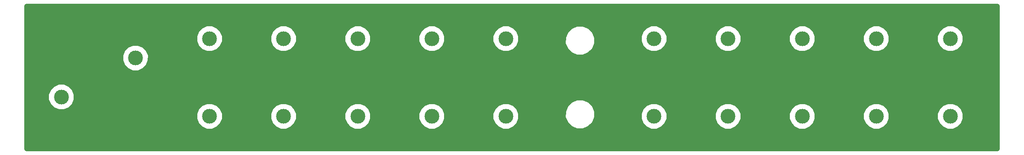
<source format=gbl>
G04 #@! TF.FileFunction,Copper,L2,Bot,Signal*
%FSLAX46Y46*%
G04 Gerber Fmt 4.6, Leading zero omitted, Abs format (unit mm)*
G04 Created by KiCad (PCBNEW (after 2015-mar-04 BZR unknown)-product) date Mon Jun 22 13:07:46 2015*
%MOMM*%
G01*
G04 APERTURE LIST*
%ADD10C,0.100000*%
%ADD11C,3.000000*%
%ADD12C,1.000000*%
G04 APERTURE END LIST*
D10*
D11*
X150000000Y-99600000D03*
X150000000Y-115400000D03*
X150000000Y-107500000D03*
X255000000Y-99600000D03*
X255000000Y-115400000D03*
X255000000Y-107500000D03*
X240000000Y-99600000D03*
X240000000Y-115400000D03*
X240000000Y-107500000D03*
X210000000Y-99600000D03*
X210000000Y-115400000D03*
X210000000Y-107500000D03*
X195000000Y-99600000D03*
X195000000Y-115400000D03*
X195000000Y-107500000D03*
X225000000Y-99600000D03*
X225000000Y-115400000D03*
X225000000Y-107500000D03*
X165000000Y-99600000D03*
X165000000Y-115400000D03*
X165000000Y-107500000D03*
X135000000Y-99600000D03*
X135000000Y-115400000D03*
X135000000Y-107500000D03*
X120000000Y-99600000D03*
X120000000Y-115400000D03*
X120000000Y-107500000D03*
X105000000Y-99600000D03*
X105000000Y-115400000D03*
X105000000Y-107500000D03*
X90000000Y-103550000D03*
X90000000Y-111450000D03*
X75000000Y-111450000D03*
X75000000Y-103550000D03*
D12*
G36*
X264500000Y-122000000D02*
X258000519Y-122000000D01*
X258000519Y-114805881D01*
X258000519Y-99005881D01*
X257544759Y-97902857D01*
X256701582Y-97058207D01*
X255599355Y-96600522D01*
X254405881Y-96599481D01*
X253302857Y-97055241D01*
X252458207Y-97898418D01*
X252000522Y-99000645D01*
X251999481Y-100194119D01*
X252455241Y-101297143D01*
X253298418Y-102141793D01*
X254400645Y-102599478D01*
X255594119Y-102600519D01*
X256697143Y-102144759D01*
X257541793Y-101301582D01*
X257999478Y-100199355D01*
X258000519Y-99005881D01*
X258000519Y-114805881D01*
X257544759Y-113702857D01*
X256701582Y-112858207D01*
X255599355Y-112400522D01*
X254405881Y-112399481D01*
X253302857Y-112855241D01*
X252458207Y-113698418D01*
X252000522Y-114800645D01*
X251999481Y-115994119D01*
X252455241Y-117097143D01*
X253298418Y-117941793D01*
X254400645Y-118399478D01*
X255594119Y-118400519D01*
X256697143Y-117944759D01*
X257541793Y-117101582D01*
X257999478Y-115999355D01*
X258000519Y-114805881D01*
X258000519Y-122000000D01*
X243000519Y-122000000D01*
X243000519Y-114805881D01*
X243000519Y-99005881D01*
X242544759Y-97902857D01*
X241701582Y-97058207D01*
X240599355Y-96600522D01*
X239405881Y-96599481D01*
X238302857Y-97055241D01*
X237458207Y-97898418D01*
X237000522Y-99000645D01*
X236999481Y-100194119D01*
X237455241Y-101297143D01*
X238298418Y-102141793D01*
X239400645Y-102599478D01*
X240594119Y-102600519D01*
X241697143Y-102144759D01*
X242541793Y-101301582D01*
X242999478Y-100199355D01*
X243000519Y-99005881D01*
X243000519Y-114805881D01*
X242544759Y-113702857D01*
X241701582Y-112858207D01*
X240599355Y-112400522D01*
X239405881Y-112399481D01*
X238302857Y-112855241D01*
X237458207Y-113698418D01*
X237000522Y-114800645D01*
X236999481Y-115994119D01*
X237455241Y-117097143D01*
X238298418Y-117941793D01*
X239400645Y-118399478D01*
X240594119Y-118400519D01*
X241697143Y-117944759D01*
X242541793Y-117101582D01*
X242999478Y-115999355D01*
X243000519Y-114805881D01*
X243000519Y-122000000D01*
X228000519Y-122000000D01*
X228000519Y-114805881D01*
X228000519Y-99005881D01*
X227544759Y-97902857D01*
X226701582Y-97058207D01*
X225599355Y-96600522D01*
X224405881Y-96599481D01*
X223302857Y-97055241D01*
X222458207Y-97898418D01*
X222000522Y-99000645D01*
X221999481Y-100194119D01*
X222455241Y-101297143D01*
X223298418Y-102141793D01*
X224400645Y-102599478D01*
X225594119Y-102600519D01*
X226697143Y-102144759D01*
X227541793Y-101301582D01*
X227999478Y-100199355D01*
X228000519Y-99005881D01*
X228000519Y-114805881D01*
X227544759Y-113702857D01*
X226701582Y-112858207D01*
X225599355Y-112400522D01*
X224405881Y-112399481D01*
X223302857Y-112855241D01*
X222458207Y-113698418D01*
X222000522Y-114800645D01*
X221999481Y-115994119D01*
X222455241Y-117097143D01*
X223298418Y-117941793D01*
X224400645Y-118399478D01*
X225594119Y-118400519D01*
X226697143Y-117944759D01*
X227541793Y-117101582D01*
X227999478Y-115999355D01*
X228000519Y-114805881D01*
X228000519Y-122000000D01*
X213000519Y-122000000D01*
X213000519Y-114805881D01*
X213000519Y-99005881D01*
X212544759Y-97902857D01*
X211701582Y-97058207D01*
X210599355Y-96600522D01*
X209405881Y-96599481D01*
X208302857Y-97055241D01*
X207458207Y-97898418D01*
X207000522Y-99000645D01*
X206999481Y-100194119D01*
X207455241Y-101297143D01*
X208298418Y-102141793D01*
X209400645Y-102599478D01*
X210594119Y-102600519D01*
X211697143Y-102144759D01*
X212541793Y-101301582D01*
X212999478Y-100199355D01*
X213000519Y-99005881D01*
X213000519Y-114805881D01*
X212544759Y-113702857D01*
X211701582Y-112858207D01*
X210599355Y-112400522D01*
X209405881Y-112399481D01*
X208302857Y-112855241D01*
X207458207Y-113698418D01*
X207000522Y-114800645D01*
X206999481Y-115994119D01*
X207455241Y-117097143D01*
X208298418Y-117941793D01*
X209400645Y-118399478D01*
X210594119Y-118400519D01*
X211697143Y-117944759D01*
X212541793Y-117101582D01*
X212999478Y-115999355D01*
X213000519Y-114805881D01*
X213000519Y-122000000D01*
X198000519Y-122000000D01*
X198000519Y-114805881D01*
X198000519Y-99005881D01*
X197544759Y-97902857D01*
X196701582Y-97058207D01*
X195599355Y-96600522D01*
X194405881Y-96599481D01*
X193302857Y-97055241D01*
X192458207Y-97898418D01*
X192000522Y-99000645D01*
X191999481Y-100194119D01*
X192455241Y-101297143D01*
X193298418Y-102141793D01*
X194400645Y-102599478D01*
X195594119Y-102600519D01*
X196697143Y-102144759D01*
X197541793Y-101301582D01*
X197999478Y-100199355D01*
X198000519Y-99005881D01*
X198000519Y-114805881D01*
X197544759Y-113702857D01*
X196701582Y-112858207D01*
X195599355Y-112400522D01*
X194405881Y-112399481D01*
X193302857Y-112855241D01*
X192458207Y-113698418D01*
X192000522Y-114800645D01*
X191999481Y-115994119D01*
X192455241Y-117097143D01*
X193298418Y-117941793D01*
X194400645Y-118399478D01*
X195594119Y-118400519D01*
X196697143Y-117944759D01*
X197541793Y-117101582D01*
X197999478Y-115999355D01*
X198000519Y-114805881D01*
X198000519Y-122000000D01*
X183350580Y-122000000D01*
X183350580Y-114336567D01*
X183350580Y-99336567D01*
X182841647Y-98104857D01*
X181900100Y-97161665D01*
X180669280Y-96650583D01*
X179336567Y-96649420D01*
X178104857Y-97158353D01*
X177161665Y-98099900D01*
X176650583Y-99330720D01*
X176649420Y-100663433D01*
X177158353Y-101895143D01*
X178099900Y-102838335D01*
X179330720Y-103349417D01*
X180663433Y-103350580D01*
X181895143Y-102841647D01*
X182838335Y-101900100D01*
X183349417Y-100669280D01*
X183350580Y-99336567D01*
X183350580Y-114336567D01*
X182841647Y-113104857D01*
X181900100Y-112161665D01*
X180669280Y-111650583D01*
X179336567Y-111649420D01*
X178104857Y-112158353D01*
X177161665Y-113099900D01*
X176650583Y-114330720D01*
X176649420Y-115663433D01*
X177158353Y-116895143D01*
X178099900Y-117838335D01*
X179330720Y-118349417D01*
X180663433Y-118350580D01*
X181895143Y-117841647D01*
X182838335Y-116900100D01*
X183349417Y-115669280D01*
X183350580Y-114336567D01*
X183350580Y-122000000D01*
X168000519Y-122000000D01*
X168000519Y-114805881D01*
X168000519Y-99005881D01*
X167544759Y-97902857D01*
X166701582Y-97058207D01*
X165599355Y-96600522D01*
X164405881Y-96599481D01*
X163302857Y-97055241D01*
X162458207Y-97898418D01*
X162000522Y-99000645D01*
X161999481Y-100194119D01*
X162455241Y-101297143D01*
X163298418Y-102141793D01*
X164400645Y-102599478D01*
X165594119Y-102600519D01*
X166697143Y-102144759D01*
X167541793Y-101301582D01*
X167999478Y-100199355D01*
X168000519Y-99005881D01*
X168000519Y-114805881D01*
X167544759Y-113702857D01*
X166701582Y-112858207D01*
X165599355Y-112400522D01*
X164405881Y-112399481D01*
X163302857Y-112855241D01*
X162458207Y-113698418D01*
X162000522Y-114800645D01*
X161999481Y-115994119D01*
X162455241Y-117097143D01*
X163298418Y-117941793D01*
X164400645Y-118399478D01*
X165594119Y-118400519D01*
X166697143Y-117944759D01*
X167541793Y-117101582D01*
X167999478Y-115999355D01*
X168000519Y-114805881D01*
X168000519Y-122000000D01*
X153000519Y-122000000D01*
X153000519Y-114805881D01*
X153000519Y-99005881D01*
X152544759Y-97902857D01*
X151701582Y-97058207D01*
X150599355Y-96600522D01*
X149405881Y-96599481D01*
X148302857Y-97055241D01*
X147458207Y-97898418D01*
X147000522Y-99000645D01*
X146999481Y-100194119D01*
X147455241Y-101297143D01*
X148298418Y-102141793D01*
X149400645Y-102599478D01*
X150594119Y-102600519D01*
X151697143Y-102144759D01*
X152541793Y-101301582D01*
X152999478Y-100199355D01*
X153000519Y-99005881D01*
X153000519Y-114805881D01*
X152544759Y-113702857D01*
X151701582Y-112858207D01*
X150599355Y-112400522D01*
X149405881Y-112399481D01*
X148302857Y-112855241D01*
X147458207Y-113698418D01*
X147000522Y-114800645D01*
X146999481Y-115994119D01*
X147455241Y-117097143D01*
X148298418Y-117941793D01*
X149400645Y-118399478D01*
X150594119Y-118400519D01*
X151697143Y-117944759D01*
X152541793Y-117101582D01*
X152999478Y-115999355D01*
X153000519Y-114805881D01*
X153000519Y-122000000D01*
X138000519Y-122000000D01*
X138000519Y-114805881D01*
X138000519Y-99005881D01*
X137544759Y-97902857D01*
X136701582Y-97058207D01*
X135599355Y-96600522D01*
X134405881Y-96599481D01*
X133302857Y-97055241D01*
X132458207Y-97898418D01*
X132000522Y-99000645D01*
X131999481Y-100194119D01*
X132455241Y-101297143D01*
X133298418Y-102141793D01*
X134400645Y-102599478D01*
X135594119Y-102600519D01*
X136697143Y-102144759D01*
X137541793Y-101301582D01*
X137999478Y-100199355D01*
X138000519Y-99005881D01*
X138000519Y-114805881D01*
X137544759Y-113702857D01*
X136701582Y-112858207D01*
X135599355Y-112400522D01*
X134405881Y-112399481D01*
X133302857Y-112855241D01*
X132458207Y-113698418D01*
X132000522Y-114800645D01*
X131999481Y-115994119D01*
X132455241Y-117097143D01*
X133298418Y-117941793D01*
X134400645Y-118399478D01*
X135594119Y-118400519D01*
X136697143Y-117944759D01*
X137541793Y-117101582D01*
X137999478Y-115999355D01*
X138000519Y-114805881D01*
X138000519Y-122000000D01*
X123000519Y-122000000D01*
X123000519Y-114805881D01*
X123000519Y-99005881D01*
X122544759Y-97902857D01*
X121701582Y-97058207D01*
X120599355Y-96600522D01*
X119405881Y-96599481D01*
X118302857Y-97055241D01*
X117458207Y-97898418D01*
X117000522Y-99000645D01*
X116999481Y-100194119D01*
X117455241Y-101297143D01*
X118298418Y-102141793D01*
X119400645Y-102599478D01*
X120594119Y-102600519D01*
X121697143Y-102144759D01*
X122541793Y-101301582D01*
X122999478Y-100199355D01*
X123000519Y-99005881D01*
X123000519Y-114805881D01*
X122544759Y-113702857D01*
X121701582Y-112858207D01*
X120599355Y-112400522D01*
X119405881Y-112399481D01*
X118302857Y-112855241D01*
X117458207Y-113698418D01*
X117000522Y-114800645D01*
X116999481Y-115994119D01*
X117455241Y-117097143D01*
X118298418Y-117941793D01*
X119400645Y-118399478D01*
X120594119Y-118400519D01*
X121697143Y-117944759D01*
X122541793Y-117101582D01*
X122999478Y-115999355D01*
X123000519Y-114805881D01*
X123000519Y-122000000D01*
X108000519Y-122000000D01*
X108000519Y-114805881D01*
X108000519Y-99005881D01*
X107544759Y-97902857D01*
X106701582Y-97058207D01*
X105599355Y-96600522D01*
X104405881Y-96599481D01*
X103302857Y-97055241D01*
X102458207Y-97898418D01*
X102000522Y-99000645D01*
X101999481Y-100194119D01*
X102455241Y-101297143D01*
X103298418Y-102141793D01*
X104400645Y-102599478D01*
X105594119Y-102600519D01*
X106697143Y-102144759D01*
X107541793Y-101301582D01*
X107999478Y-100199355D01*
X108000519Y-99005881D01*
X108000519Y-114805881D01*
X107544759Y-113702857D01*
X106701582Y-112858207D01*
X105599355Y-112400522D01*
X104405881Y-112399481D01*
X103302857Y-112855241D01*
X102458207Y-113698418D01*
X102000522Y-114800645D01*
X101999481Y-115994119D01*
X102455241Y-117097143D01*
X103298418Y-117941793D01*
X104400645Y-118399478D01*
X105594119Y-118400519D01*
X106697143Y-117944759D01*
X107541793Y-117101582D01*
X107999478Y-115999355D01*
X108000519Y-114805881D01*
X108000519Y-122000000D01*
X93000519Y-122000000D01*
X93000519Y-102955881D01*
X92544759Y-101852857D01*
X91701582Y-101008207D01*
X90599355Y-100550522D01*
X89405881Y-100549481D01*
X88302857Y-101005241D01*
X87458207Y-101848418D01*
X87000522Y-102950645D01*
X86999481Y-104144119D01*
X87455241Y-105247143D01*
X88298418Y-106091793D01*
X89400645Y-106549478D01*
X90594119Y-106550519D01*
X91697143Y-106094759D01*
X92541793Y-105251582D01*
X92999478Y-104149355D01*
X93000519Y-102955881D01*
X93000519Y-122000000D01*
X78000519Y-122000000D01*
X78000519Y-110855881D01*
X77544759Y-109752857D01*
X76701582Y-108908207D01*
X75599355Y-108450522D01*
X74405881Y-108449481D01*
X73302857Y-108905241D01*
X72458207Y-109748418D01*
X72000522Y-110850645D01*
X71999481Y-112044119D01*
X72455241Y-113147143D01*
X73298418Y-113991793D01*
X74400645Y-114449478D01*
X75594119Y-114450519D01*
X76697143Y-113994759D01*
X77541793Y-113151582D01*
X77999478Y-112049355D01*
X78000519Y-110855881D01*
X78000519Y-122000000D01*
X68000000Y-122000000D01*
X68000000Y-93000000D01*
X264500000Y-93000000D01*
X264500000Y-122000000D01*
X264500000Y-122000000D01*
G37*
X264500000Y-122000000D02*
X258000519Y-122000000D01*
X258000519Y-114805881D01*
X258000519Y-99005881D01*
X257544759Y-97902857D01*
X256701582Y-97058207D01*
X255599355Y-96600522D01*
X254405881Y-96599481D01*
X253302857Y-97055241D01*
X252458207Y-97898418D01*
X252000522Y-99000645D01*
X251999481Y-100194119D01*
X252455241Y-101297143D01*
X253298418Y-102141793D01*
X254400645Y-102599478D01*
X255594119Y-102600519D01*
X256697143Y-102144759D01*
X257541793Y-101301582D01*
X257999478Y-100199355D01*
X258000519Y-99005881D01*
X258000519Y-114805881D01*
X257544759Y-113702857D01*
X256701582Y-112858207D01*
X255599355Y-112400522D01*
X254405881Y-112399481D01*
X253302857Y-112855241D01*
X252458207Y-113698418D01*
X252000522Y-114800645D01*
X251999481Y-115994119D01*
X252455241Y-117097143D01*
X253298418Y-117941793D01*
X254400645Y-118399478D01*
X255594119Y-118400519D01*
X256697143Y-117944759D01*
X257541793Y-117101582D01*
X257999478Y-115999355D01*
X258000519Y-114805881D01*
X258000519Y-122000000D01*
X243000519Y-122000000D01*
X243000519Y-114805881D01*
X243000519Y-99005881D01*
X242544759Y-97902857D01*
X241701582Y-97058207D01*
X240599355Y-96600522D01*
X239405881Y-96599481D01*
X238302857Y-97055241D01*
X237458207Y-97898418D01*
X237000522Y-99000645D01*
X236999481Y-100194119D01*
X237455241Y-101297143D01*
X238298418Y-102141793D01*
X239400645Y-102599478D01*
X240594119Y-102600519D01*
X241697143Y-102144759D01*
X242541793Y-101301582D01*
X242999478Y-100199355D01*
X243000519Y-99005881D01*
X243000519Y-114805881D01*
X242544759Y-113702857D01*
X241701582Y-112858207D01*
X240599355Y-112400522D01*
X239405881Y-112399481D01*
X238302857Y-112855241D01*
X237458207Y-113698418D01*
X237000522Y-114800645D01*
X236999481Y-115994119D01*
X237455241Y-117097143D01*
X238298418Y-117941793D01*
X239400645Y-118399478D01*
X240594119Y-118400519D01*
X241697143Y-117944759D01*
X242541793Y-117101582D01*
X242999478Y-115999355D01*
X243000519Y-114805881D01*
X243000519Y-122000000D01*
X228000519Y-122000000D01*
X228000519Y-114805881D01*
X228000519Y-99005881D01*
X227544759Y-97902857D01*
X226701582Y-97058207D01*
X225599355Y-96600522D01*
X224405881Y-96599481D01*
X223302857Y-97055241D01*
X222458207Y-97898418D01*
X222000522Y-99000645D01*
X221999481Y-100194119D01*
X222455241Y-101297143D01*
X223298418Y-102141793D01*
X224400645Y-102599478D01*
X225594119Y-102600519D01*
X226697143Y-102144759D01*
X227541793Y-101301582D01*
X227999478Y-100199355D01*
X228000519Y-99005881D01*
X228000519Y-114805881D01*
X227544759Y-113702857D01*
X226701582Y-112858207D01*
X225599355Y-112400522D01*
X224405881Y-112399481D01*
X223302857Y-112855241D01*
X222458207Y-113698418D01*
X222000522Y-114800645D01*
X221999481Y-115994119D01*
X222455241Y-117097143D01*
X223298418Y-117941793D01*
X224400645Y-118399478D01*
X225594119Y-118400519D01*
X226697143Y-117944759D01*
X227541793Y-117101582D01*
X227999478Y-115999355D01*
X228000519Y-114805881D01*
X228000519Y-122000000D01*
X213000519Y-122000000D01*
X213000519Y-114805881D01*
X213000519Y-99005881D01*
X212544759Y-97902857D01*
X211701582Y-97058207D01*
X210599355Y-96600522D01*
X209405881Y-96599481D01*
X208302857Y-97055241D01*
X207458207Y-97898418D01*
X207000522Y-99000645D01*
X206999481Y-100194119D01*
X207455241Y-101297143D01*
X208298418Y-102141793D01*
X209400645Y-102599478D01*
X210594119Y-102600519D01*
X211697143Y-102144759D01*
X212541793Y-101301582D01*
X212999478Y-100199355D01*
X213000519Y-99005881D01*
X213000519Y-114805881D01*
X212544759Y-113702857D01*
X211701582Y-112858207D01*
X210599355Y-112400522D01*
X209405881Y-112399481D01*
X208302857Y-112855241D01*
X207458207Y-113698418D01*
X207000522Y-114800645D01*
X206999481Y-115994119D01*
X207455241Y-117097143D01*
X208298418Y-117941793D01*
X209400645Y-118399478D01*
X210594119Y-118400519D01*
X211697143Y-117944759D01*
X212541793Y-117101582D01*
X212999478Y-115999355D01*
X213000519Y-114805881D01*
X213000519Y-122000000D01*
X198000519Y-122000000D01*
X198000519Y-114805881D01*
X198000519Y-99005881D01*
X197544759Y-97902857D01*
X196701582Y-97058207D01*
X195599355Y-96600522D01*
X194405881Y-96599481D01*
X193302857Y-97055241D01*
X192458207Y-97898418D01*
X192000522Y-99000645D01*
X191999481Y-100194119D01*
X192455241Y-101297143D01*
X193298418Y-102141793D01*
X194400645Y-102599478D01*
X195594119Y-102600519D01*
X196697143Y-102144759D01*
X197541793Y-101301582D01*
X197999478Y-100199355D01*
X198000519Y-99005881D01*
X198000519Y-114805881D01*
X197544759Y-113702857D01*
X196701582Y-112858207D01*
X195599355Y-112400522D01*
X194405881Y-112399481D01*
X193302857Y-112855241D01*
X192458207Y-113698418D01*
X192000522Y-114800645D01*
X191999481Y-115994119D01*
X192455241Y-117097143D01*
X193298418Y-117941793D01*
X194400645Y-118399478D01*
X195594119Y-118400519D01*
X196697143Y-117944759D01*
X197541793Y-117101582D01*
X197999478Y-115999355D01*
X198000519Y-114805881D01*
X198000519Y-122000000D01*
X183350580Y-122000000D01*
X183350580Y-114336567D01*
X183350580Y-99336567D01*
X182841647Y-98104857D01*
X181900100Y-97161665D01*
X180669280Y-96650583D01*
X179336567Y-96649420D01*
X178104857Y-97158353D01*
X177161665Y-98099900D01*
X176650583Y-99330720D01*
X176649420Y-100663433D01*
X177158353Y-101895143D01*
X178099900Y-102838335D01*
X179330720Y-103349417D01*
X180663433Y-103350580D01*
X181895143Y-102841647D01*
X182838335Y-101900100D01*
X183349417Y-100669280D01*
X183350580Y-99336567D01*
X183350580Y-114336567D01*
X182841647Y-113104857D01*
X181900100Y-112161665D01*
X180669280Y-111650583D01*
X179336567Y-111649420D01*
X178104857Y-112158353D01*
X177161665Y-113099900D01*
X176650583Y-114330720D01*
X176649420Y-115663433D01*
X177158353Y-116895143D01*
X178099900Y-117838335D01*
X179330720Y-118349417D01*
X180663433Y-118350580D01*
X181895143Y-117841647D01*
X182838335Y-116900100D01*
X183349417Y-115669280D01*
X183350580Y-114336567D01*
X183350580Y-122000000D01*
X168000519Y-122000000D01*
X168000519Y-114805881D01*
X168000519Y-99005881D01*
X167544759Y-97902857D01*
X166701582Y-97058207D01*
X165599355Y-96600522D01*
X164405881Y-96599481D01*
X163302857Y-97055241D01*
X162458207Y-97898418D01*
X162000522Y-99000645D01*
X161999481Y-100194119D01*
X162455241Y-101297143D01*
X163298418Y-102141793D01*
X164400645Y-102599478D01*
X165594119Y-102600519D01*
X166697143Y-102144759D01*
X167541793Y-101301582D01*
X167999478Y-100199355D01*
X168000519Y-99005881D01*
X168000519Y-114805881D01*
X167544759Y-113702857D01*
X166701582Y-112858207D01*
X165599355Y-112400522D01*
X164405881Y-112399481D01*
X163302857Y-112855241D01*
X162458207Y-113698418D01*
X162000522Y-114800645D01*
X161999481Y-115994119D01*
X162455241Y-117097143D01*
X163298418Y-117941793D01*
X164400645Y-118399478D01*
X165594119Y-118400519D01*
X166697143Y-117944759D01*
X167541793Y-117101582D01*
X167999478Y-115999355D01*
X168000519Y-114805881D01*
X168000519Y-122000000D01*
X153000519Y-122000000D01*
X153000519Y-114805881D01*
X153000519Y-99005881D01*
X152544759Y-97902857D01*
X151701582Y-97058207D01*
X150599355Y-96600522D01*
X149405881Y-96599481D01*
X148302857Y-97055241D01*
X147458207Y-97898418D01*
X147000522Y-99000645D01*
X146999481Y-100194119D01*
X147455241Y-101297143D01*
X148298418Y-102141793D01*
X149400645Y-102599478D01*
X150594119Y-102600519D01*
X151697143Y-102144759D01*
X152541793Y-101301582D01*
X152999478Y-100199355D01*
X153000519Y-99005881D01*
X153000519Y-114805881D01*
X152544759Y-113702857D01*
X151701582Y-112858207D01*
X150599355Y-112400522D01*
X149405881Y-112399481D01*
X148302857Y-112855241D01*
X147458207Y-113698418D01*
X147000522Y-114800645D01*
X146999481Y-115994119D01*
X147455241Y-117097143D01*
X148298418Y-117941793D01*
X149400645Y-118399478D01*
X150594119Y-118400519D01*
X151697143Y-117944759D01*
X152541793Y-117101582D01*
X152999478Y-115999355D01*
X153000519Y-114805881D01*
X153000519Y-122000000D01*
X138000519Y-122000000D01*
X138000519Y-114805881D01*
X138000519Y-99005881D01*
X137544759Y-97902857D01*
X136701582Y-97058207D01*
X135599355Y-96600522D01*
X134405881Y-96599481D01*
X133302857Y-97055241D01*
X132458207Y-97898418D01*
X132000522Y-99000645D01*
X131999481Y-100194119D01*
X132455241Y-101297143D01*
X133298418Y-102141793D01*
X134400645Y-102599478D01*
X135594119Y-102600519D01*
X136697143Y-102144759D01*
X137541793Y-101301582D01*
X137999478Y-100199355D01*
X138000519Y-99005881D01*
X138000519Y-114805881D01*
X137544759Y-113702857D01*
X136701582Y-112858207D01*
X135599355Y-112400522D01*
X134405881Y-112399481D01*
X133302857Y-112855241D01*
X132458207Y-113698418D01*
X132000522Y-114800645D01*
X131999481Y-115994119D01*
X132455241Y-117097143D01*
X133298418Y-117941793D01*
X134400645Y-118399478D01*
X135594119Y-118400519D01*
X136697143Y-117944759D01*
X137541793Y-117101582D01*
X137999478Y-115999355D01*
X138000519Y-114805881D01*
X138000519Y-122000000D01*
X123000519Y-122000000D01*
X123000519Y-114805881D01*
X123000519Y-99005881D01*
X122544759Y-97902857D01*
X121701582Y-97058207D01*
X120599355Y-96600522D01*
X119405881Y-96599481D01*
X118302857Y-97055241D01*
X117458207Y-97898418D01*
X117000522Y-99000645D01*
X116999481Y-100194119D01*
X117455241Y-101297143D01*
X118298418Y-102141793D01*
X119400645Y-102599478D01*
X120594119Y-102600519D01*
X121697143Y-102144759D01*
X122541793Y-101301582D01*
X122999478Y-100199355D01*
X123000519Y-99005881D01*
X123000519Y-114805881D01*
X122544759Y-113702857D01*
X121701582Y-112858207D01*
X120599355Y-112400522D01*
X119405881Y-112399481D01*
X118302857Y-112855241D01*
X117458207Y-113698418D01*
X117000522Y-114800645D01*
X116999481Y-115994119D01*
X117455241Y-117097143D01*
X118298418Y-117941793D01*
X119400645Y-118399478D01*
X120594119Y-118400519D01*
X121697143Y-117944759D01*
X122541793Y-117101582D01*
X122999478Y-115999355D01*
X123000519Y-114805881D01*
X123000519Y-122000000D01*
X108000519Y-122000000D01*
X108000519Y-114805881D01*
X108000519Y-99005881D01*
X107544759Y-97902857D01*
X106701582Y-97058207D01*
X105599355Y-96600522D01*
X104405881Y-96599481D01*
X103302857Y-97055241D01*
X102458207Y-97898418D01*
X102000522Y-99000645D01*
X101999481Y-100194119D01*
X102455241Y-101297143D01*
X103298418Y-102141793D01*
X104400645Y-102599478D01*
X105594119Y-102600519D01*
X106697143Y-102144759D01*
X107541793Y-101301582D01*
X107999478Y-100199355D01*
X108000519Y-99005881D01*
X108000519Y-114805881D01*
X107544759Y-113702857D01*
X106701582Y-112858207D01*
X105599355Y-112400522D01*
X104405881Y-112399481D01*
X103302857Y-112855241D01*
X102458207Y-113698418D01*
X102000522Y-114800645D01*
X101999481Y-115994119D01*
X102455241Y-117097143D01*
X103298418Y-117941793D01*
X104400645Y-118399478D01*
X105594119Y-118400519D01*
X106697143Y-117944759D01*
X107541793Y-117101582D01*
X107999478Y-115999355D01*
X108000519Y-114805881D01*
X108000519Y-122000000D01*
X93000519Y-122000000D01*
X93000519Y-102955881D01*
X92544759Y-101852857D01*
X91701582Y-101008207D01*
X90599355Y-100550522D01*
X89405881Y-100549481D01*
X88302857Y-101005241D01*
X87458207Y-101848418D01*
X87000522Y-102950645D01*
X86999481Y-104144119D01*
X87455241Y-105247143D01*
X88298418Y-106091793D01*
X89400645Y-106549478D01*
X90594119Y-106550519D01*
X91697143Y-106094759D01*
X92541793Y-105251582D01*
X92999478Y-104149355D01*
X93000519Y-102955881D01*
X93000519Y-122000000D01*
X78000519Y-122000000D01*
X78000519Y-110855881D01*
X77544759Y-109752857D01*
X76701582Y-108908207D01*
X75599355Y-108450522D01*
X74405881Y-108449481D01*
X73302857Y-108905241D01*
X72458207Y-109748418D01*
X72000522Y-110850645D01*
X71999481Y-112044119D01*
X72455241Y-113147143D01*
X73298418Y-113991793D01*
X74400645Y-114449478D01*
X75594119Y-114450519D01*
X76697143Y-113994759D01*
X77541793Y-113151582D01*
X77999478Y-112049355D01*
X78000519Y-110855881D01*
X78000519Y-122000000D01*
X68000000Y-122000000D01*
X68000000Y-93000000D01*
X264500000Y-93000000D01*
X264500000Y-122000000D01*
M02*

</source>
